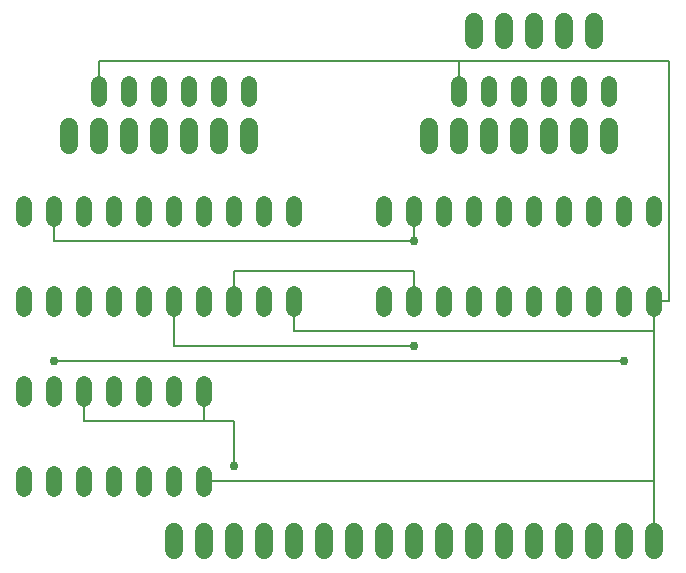
<source format=gbr>
G04 EAGLE Gerber RS-274X export*
G75*
%MOMM*%
%FSLAX34Y34*%
%LPD*%
%INBottom Copper*%
%IPPOS*%
%AMOC8*
5,1,8,0,0,1.08239X$1,22.5*%
G01*
%ADD10C,1.320800*%
%ADD11C,1.524000*%
%ADD12C,0.152400*%
%ADD13C,0.756400*%


D10*
X88900Y425196D02*
X88900Y438404D01*
X114300Y438404D02*
X114300Y425196D01*
X139700Y425196D02*
X139700Y438404D01*
X165100Y438404D02*
X165100Y425196D01*
X190500Y425196D02*
X190500Y438404D01*
X215900Y438404D02*
X215900Y425196D01*
X393700Y425196D02*
X393700Y438404D01*
X419100Y438404D02*
X419100Y425196D01*
X444500Y425196D02*
X444500Y438404D01*
X469900Y438404D02*
X469900Y425196D01*
X495300Y425196D02*
X495300Y438404D01*
X520700Y438404D02*
X520700Y425196D01*
X558800Y336804D02*
X558800Y323596D01*
X533400Y323596D02*
X533400Y336804D01*
X406400Y336804D02*
X406400Y323596D01*
X381000Y323596D02*
X381000Y336804D01*
X508000Y336804D02*
X508000Y323596D01*
X482600Y323596D02*
X482600Y336804D01*
X431800Y336804D02*
X431800Y323596D01*
X457200Y323596D02*
X457200Y336804D01*
X355600Y336804D02*
X355600Y323596D01*
X330200Y323596D02*
X330200Y336804D01*
X330200Y260604D02*
X330200Y247396D01*
X355600Y247396D02*
X355600Y260604D01*
X381000Y260604D02*
X381000Y247396D01*
X406400Y247396D02*
X406400Y260604D01*
X431800Y260604D02*
X431800Y247396D01*
X457200Y247396D02*
X457200Y260604D01*
X482600Y260604D02*
X482600Y247396D01*
X508000Y247396D02*
X508000Y260604D01*
X533400Y260604D02*
X533400Y247396D01*
X558800Y247396D02*
X558800Y260604D01*
X177800Y184404D02*
X177800Y171196D01*
X152400Y171196D02*
X152400Y184404D01*
X25400Y184404D02*
X25400Y171196D01*
X25400Y108204D02*
X25400Y94996D01*
X127000Y171196D02*
X127000Y184404D01*
X101600Y184404D02*
X101600Y171196D01*
X50800Y171196D02*
X50800Y184404D01*
X76200Y184404D02*
X76200Y171196D01*
X50800Y108204D02*
X50800Y94996D01*
X76200Y94996D02*
X76200Y108204D01*
X101600Y108204D02*
X101600Y94996D01*
X127000Y94996D02*
X127000Y108204D01*
X152400Y108204D02*
X152400Y94996D01*
X177800Y94996D02*
X177800Y108204D01*
X254000Y323596D02*
X254000Y336804D01*
X228600Y336804D02*
X228600Y323596D01*
X101600Y323596D02*
X101600Y336804D01*
X76200Y336804D02*
X76200Y323596D01*
X203200Y323596D02*
X203200Y336804D01*
X177800Y336804D02*
X177800Y323596D01*
X127000Y323596D02*
X127000Y336804D01*
X152400Y336804D02*
X152400Y323596D01*
X50800Y323596D02*
X50800Y336804D01*
X25400Y336804D02*
X25400Y323596D01*
X25400Y260604D02*
X25400Y247396D01*
X50800Y247396D02*
X50800Y260604D01*
X76200Y260604D02*
X76200Y247396D01*
X101600Y247396D02*
X101600Y260604D01*
X127000Y260604D02*
X127000Y247396D01*
X152400Y247396D02*
X152400Y260604D01*
X177800Y260604D02*
X177800Y247396D01*
X203200Y247396D02*
X203200Y260604D01*
X228600Y260604D02*
X228600Y247396D01*
X254000Y247396D02*
X254000Y260604D01*
D11*
X152400Y58420D02*
X152400Y43180D01*
X177800Y43180D02*
X177800Y58420D01*
X203200Y58420D02*
X203200Y43180D01*
X228600Y43180D02*
X228600Y58420D01*
X254000Y58420D02*
X254000Y43180D01*
X279400Y43180D02*
X279400Y58420D01*
X304800Y58420D02*
X304800Y43180D01*
X330200Y43180D02*
X330200Y58420D01*
X355600Y58420D02*
X355600Y43180D01*
X381000Y43180D02*
X381000Y58420D01*
X406400Y58420D02*
X406400Y43180D01*
X431800Y43180D02*
X431800Y58420D01*
X457200Y58420D02*
X457200Y43180D01*
X482600Y43180D02*
X482600Y58420D01*
X508000Y58420D02*
X508000Y43180D01*
X533400Y43180D02*
X533400Y58420D01*
X558800Y58420D02*
X558800Y43180D01*
X406400Y474980D02*
X406400Y490220D01*
X431800Y490220D02*
X431800Y474980D01*
X457200Y474980D02*
X457200Y490220D01*
X482600Y490220D02*
X482600Y474980D01*
X508000Y474980D02*
X508000Y490220D01*
X368300Y401320D02*
X368300Y386080D01*
X393700Y386080D02*
X393700Y401320D01*
X419100Y401320D02*
X419100Y386080D01*
X444500Y386080D02*
X444500Y401320D01*
X469900Y401320D02*
X469900Y386080D01*
X495300Y386080D02*
X495300Y401320D01*
X520700Y401320D02*
X520700Y386080D01*
X63500Y386080D02*
X63500Y401320D01*
X88900Y401320D02*
X88900Y386080D01*
X114300Y386080D02*
X114300Y401320D01*
X139700Y401320D02*
X139700Y386080D01*
X165100Y386080D02*
X165100Y401320D01*
X190500Y401320D02*
X190500Y386080D01*
X215900Y386080D02*
X215900Y401320D01*
D12*
X203200Y152400D02*
X177800Y152400D01*
X177800Y177800D01*
X76200Y177800D02*
X76200Y152400D01*
X177800Y152400D01*
D13*
X203200Y114300D03*
D12*
X203200Y152400D01*
D13*
X50800Y203200D03*
D12*
X533400Y203200D01*
D13*
X533400Y203200D03*
X355600Y215900D03*
D12*
X152400Y215900D01*
X152400Y254000D01*
X203200Y254000D02*
X203200Y279400D01*
X355600Y279400D01*
X355600Y254000D01*
X50800Y304800D02*
X50800Y330200D01*
X50800Y304800D02*
X355600Y304800D01*
D13*
X355600Y304800D03*
D12*
X355600Y330200D01*
X393700Y457200D02*
X571500Y457200D01*
X571500Y254000D01*
X558800Y254000D01*
X558800Y101600D02*
X558800Y50800D01*
X558800Y101600D02*
X177800Y101600D01*
X254000Y228600D02*
X254000Y254000D01*
X254000Y228600D02*
X558800Y228600D01*
X558800Y50800D01*
X558800Y228600D02*
X558800Y254000D01*
X393700Y431800D02*
X393700Y457200D01*
X88900Y457200D01*
X88900Y431800D01*
M02*

</source>
